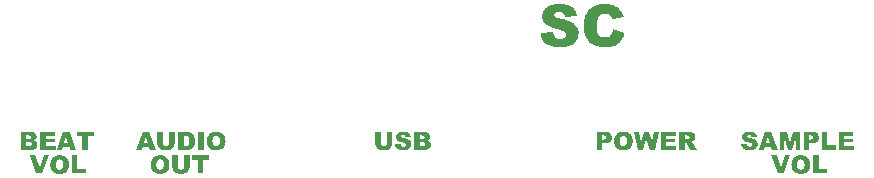
<source format=gto>
G04 Layer_Color=15132400*
%FSLAX25Y25*%
%MOIN*%
G70*
G01*
G75*
G36*
X261655Y120526D02*
Y120515D01*
Y120504D01*
Y120438D01*
X261644Y120340D01*
X261633Y120209D01*
X261611Y120045D01*
X261578Y119881D01*
X261534Y119706D01*
X261480Y119520D01*
X261469Y119498D01*
X261447Y119444D01*
X261414Y119356D01*
X261349Y119247D01*
X261283Y119116D01*
X261185Y118974D01*
X261086Y118832D01*
X260955Y118700D01*
X260944Y118690D01*
X260890Y118646D01*
X260824Y118580D01*
X260736Y118504D01*
X260627Y118427D01*
X260496Y118351D01*
X260365Y118274D01*
X260223Y118209D01*
X260212D01*
X260201Y118198D01*
X260168Y118187D01*
X260124Y118176D01*
X260015Y118143D01*
X259851Y118110D01*
X259665Y118077D01*
X259447Y118045D01*
X259195Y118023D01*
X258922Y118012D01*
X258758D01*
X258638Y118023D01*
X258496D01*
X258332Y118045D01*
X258157Y118055D01*
X257960Y118077D01*
X257939D01*
X257873Y118088D01*
X257774Y118099D01*
X257665Y118132D01*
X257523Y118154D01*
X257381Y118198D01*
X257239Y118252D01*
X257097Y118307D01*
X257086Y118318D01*
X257042Y118340D01*
X256977Y118383D01*
X256889Y118438D01*
X256791Y118515D01*
X256681Y118602D01*
X256572Y118700D01*
X256463Y118821D01*
X256452Y118832D01*
X256419Y118875D01*
X256364Y118952D01*
X256310Y119039D01*
X256244Y119138D01*
X256179Y119258D01*
X256113Y119389D01*
X256069Y119520D01*
Y119531D01*
X256059Y119542D01*
Y119575D01*
X256048Y119618D01*
X256015Y119728D01*
X255993Y119859D01*
X255960Y120012D01*
X255927Y120187D01*
X255916Y120362D01*
X255906Y120526D01*
Y124100D01*
X257753D01*
Y120449D01*
Y120427D01*
Y120373D01*
X257764Y120274D01*
X257785Y120165D01*
X257818Y120045D01*
X257862Y119925D01*
X257927Y119793D01*
X258015Y119684D01*
X258026Y119673D01*
X258070Y119640D01*
X258124Y119597D01*
X258212Y119553D01*
X258321Y119498D01*
X258452Y119455D01*
X258605Y119422D01*
X258780Y119411D01*
X258857D01*
X258944Y119422D01*
X259053Y119444D01*
X259173Y119476D01*
X259305Y119520D01*
X259425Y119586D01*
X259534Y119673D01*
X259545Y119684D01*
X259578Y119728D01*
X259622Y119782D01*
X259676Y119870D01*
X259720Y119979D01*
X259764Y120121D01*
X259797Y120274D01*
X259807Y120449D01*
Y124100D01*
X261655D01*
Y120526D01*
D02*
G37*
G36*
X390249Y118110D02*
X388303D01*
X388008Y119094D01*
X385910D01*
X385615Y118110D01*
X383724D01*
X385964Y124100D01*
X387997D01*
X390249Y118110D01*
D02*
G37*
G36*
X360569Y124089D02*
X360766Y124078D01*
X360973Y124067D01*
X361192Y124034D01*
X361400Y124002D01*
X361585Y123947D01*
X361607Y123936D01*
X361662Y123914D01*
X361749Y123881D01*
X361848Y123827D01*
X361968Y123750D01*
X362088Y123652D01*
X362208Y123542D01*
X362318Y123400D01*
X362329Y123379D01*
X362361Y123335D01*
X362405Y123247D01*
X362460Y123127D01*
X362514Y122985D01*
X362558Y122821D01*
X362591Y122635D01*
X362602Y122428D01*
Y122406D01*
Y122340D01*
X362591Y122253D01*
X362580Y122133D01*
X362547Y122001D01*
X362514Y121859D01*
X362460Y121706D01*
X362383Y121564D01*
X362372Y121553D01*
X362351Y121510D01*
X362296Y121444D01*
X362230Y121356D01*
X362143Y121269D01*
X362044Y121171D01*
X361924Y121072D01*
X361793Y120985D01*
X361782Y120974D01*
X361749Y120963D01*
X361695Y120930D01*
X361629Y120897D01*
X361531Y120865D01*
X361421Y120821D01*
X361290Y120788D01*
X361148Y120744D01*
X361159D01*
X361203Y120722D01*
X361258Y120701D01*
X361334Y120679D01*
X361487Y120602D01*
X361563Y120570D01*
X361629Y120526D01*
X361651Y120515D01*
X361673Y120493D01*
X361706Y120460D01*
X361749Y120416D01*
X361793Y120362D01*
X361859Y120296D01*
X361924Y120209D01*
X361935Y120198D01*
X361957Y120165D01*
X361990Y120121D01*
X362034Y120078D01*
X362121Y119947D01*
X362154Y119892D01*
X362187Y119837D01*
X363094Y118110D01*
X360995D01*
X360000Y119936D01*
X359990Y119947D01*
X359968Y119990D01*
X359935Y120056D01*
X359891Y120121D01*
X359782Y120274D01*
X359716Y120340D01*
X359662Y120395D01*
X359651Y120405D01*
X359629Y120416D01*
X359585Y120438D01*
X359530Y120471D01*
X359465Y120493D01*
X359388Y120515D01*
X359301Y120526D01*
X359203Y120537D01*
X359050D01*
Y118110D01*
X357191D01*
Y124100D01*
X360492D01*
X360569Y124089D01*
D02*
G37*
G36*
X349202Y118110D02*
X347376D01*
X346327Y121881D01*
X345278Y118110D01*
X343463D01*
X342141Y124100D01*
X343890D01*
X344524Y120755D01*
X345453Y124100D01*
X347201D01*
X348130Y120744D01*
X348764Y124100D01*
X350524D01*
X349202Y118110D01*
D02*
G37*
G36*
X415333Y122821D02*
X412229D01*
Y121870D01*
X415104D01*
Y120646D01*
X412229D01*
Y119466D01*
X415421D01*
Y118110D01*
X410371D01*
Y124100D01*
X415333D01*
Y122821D01*
D02*
G37*
G36*
X272530Y124089D02*
X272606D01*
X272683Y124078D01*
X272880Y124045D01*
X273098Y123990D01*
X273317Y123914D01*
X273525Y123805D01*
X273721Y123663D01*
X273732D01*
X273743Y123641D01*
X273798Y123586D01*
X273874Y123499D01*
X273962Y123368D01*
X274038Y123214D01*
X274115Y123040D01*
X274169Y122832D01*
X274191Y122723D01*
Y122602D01*
Y122591D01*
Y122581D01*
Y122515D01*
X274169Y122417D01*
X274148Y122296D01*
X274104Y122154D01*
X274049Y122001D01*
X273962Y121848D01*
X273852Y121695D01*
X273842Y121684D01*
X273809Y121651D01*
X273765Y121608D01*
X273689Y121553D01*
X273601Y121488D01*
X273492Y121422D01*
X273361Y121356D01*
X273208Y121291D01*
X273219D01*
X273240Y121280D01*
X273273D01*
X273317Y121258D01*
X273426Y121225D01*
X273568Y121171D01*
X273721Y121094D01*
X273885Y120996D01*
X274027Y120886D01*
X274159Y120755D01*
X274169Y120733D01*
X274202Y120690D01*
X274257Y120602D01*
X274312Y120493D01*
X274366Y120362D01*
X274421Y120198D01*
X274454Y120012D01*
X274465Y119804D01*
Y119782D01*
Y119728D01*
X274454Y119640D01*
X274443Y119531D01*
X274410Y119400D01*
X274377Y119258D01*
X274323Y119116D01*
X274246Y118974D01*
X274235Y118963D01*
X274202Y118908D01*
X274159Y118842D01*
X274093Y118766D01*
X274006Y118668D01*
X273896Y118569D01*
X273776Y118471D01*
X273645Y118383D01*
X273634D01*
X273601Y118362D01*
X273547Y118340D01*
X273470Y118307D01*
X273372Y118274D01*
X273251Y118241D01*
X273109Y118219D01*
X272945Y118187D01*
X272923D01*
X272891Y118176D01*
X272847D01*
X272738Y118165D01*
X272606Y118154D01*
X272464Y118132D01*
X272333Y118121D01*
X272213Y118110D01*
X268923D01*
Y124100D01*
X272475D01*
X272530Y124089D01*
D02*
G37*
G36*
X401966Y124089D02*
X402053D01*
X402152Y124078D01*
X402370Y124045D01*
X402611Y123980D01*
X402862Y123892D01*
X403103Y123783D01*
X403212Y123706D01*
X403310Y123619D01*
X403321D01*
X403332Y123597D01*
X403354Y123564D01*
X403387Y123531D01*
X403474Y123422D01*
X403562Y123269D01*
X403649Y123073D01*
X403737Y122843D01*
X403791Y122570D01*
X403813Y122428D01*
Y122264D01*
Y122253D01*
Y122220D01*
Y122176D01*
X403802Y122111D01*
Y122034D01*
X403780Y121947D01*
X403748Y121750D01*
X403682Y121520D01*
X403584Y121280D01*
X403518Y121160D01*
X403452Y121050D01*
X403365Y120941D01*
X403267Y120843D01*
X403256D01*
X403245Y120821D01*
X403212Y120799D01*
X403168Y120766D01*
X403103Y120722D01*
X403037Y120679D01*
X402950Y120635D01*
X402851Y120591D01*
X402742Y120548D01*
X402622Y120504D01*
X402480Y120460D01*
X402327Y120416D01*
X402163Y120384D01*
X401988Y120362D01*
X401802Y120351D01*
X401594Y120340D01*
X400589D01*
Y118110D01*
X398731D01*
Y124100D01*
X401900D01*
X401966Y124089D01*
D02*
G37*
G36*
X406633Y119586D02*
X409529D01*
Y118110D01*
X404786D01*
Y124100D01*
X406633D01*
Y119586D01*
D02*
G37*
G36*
X356088Y122821D02*
X352983D01*
Y121870D01*
X355858D01*
Y120646D01*
X352983D01*
Y119466D01*
X356175D01*
Y118110D01*
X351125D01*
Y124100D01*
X356088D01*
Y122821D01*
D02*
G37*
G36*
X182706Y118110D02*
X180761D01*
X180466Y119094D01*
X178367D01*
X178072Y118110D01*
X176181D01*
X178422Y124100D01*
X180455D01*
X182706Y118110D01*
D02*
G37*
G36*
X189046Y120526D02*
Y120515D01*
Y120504D01*
Y120438D01*
X189035Y120340D01*
X189024Y120209D01*
X189002Y120045D01*
X188969Y119881D01*
X188926Y119706D01*
X188871Y119520D01*
X188860Y119498D01*
X188838Y119444D01*
X188805Y119356D01*
X188740Y119247D01*
X188674Y119116D01*
X188576Y118974D01*
X188477Y118832D01*
X188346Y118701D01*
X188335Y118690D01*
X188281Y118646D01*
X188215Y118580D01*
X188128Y118504D01*
X188018Y118427D01*
X187887Y118351D01*
X187756Y118274D01*
X187614Y118209D01*
X187603D01*
X187592Y118198D01*
X187559Y118187D01*
X187515Y118176D01*
X187406Y118143D01*
X187242Y118110D01*
X187057Y118077D01*
X186838Y118045D01*
X186586Y118023D01*
X186313Y118012D01*
X186149D01*
X186029Y118023D01*
X185887D01*
X185723Y118045D01*
X185548Y118056D01*
X185351Y118077D01*
X185329D01*
X185264Y118088D01*
X185166Y118099D01*
X185056Y118132D01*
X184914Y118154D01*
X184772Y118198D01*
X184630Y118252D01*
X184488Y118307D01*
X184477Y118318D01*
X184433Y118340D01*
X184368Y118384D01*
X184280Y118438D01*
X184182Y118515D01*
X184073Y118602D01*
X183963Y118701D01*
X183854Y118821D01*
X183843Y118832D01*
X183810Y118875D01*
X183756Y118952D01*
X183701Y119039D01*
X183635Y119138D01*
X183570Y119258D01*
X183504Y119389D01*
X183460Y119520D01*
Y119531D01*
X183450Y119542D01*
Y119575D01*
X183439Y119619D01*
X183406Y119728D01*
X183384Y119859D01*
X183351Y120012D01*
X183318Y120187D01*
X183308Y120362D01*
X183297Y120526D01*
Y124100D01*
X185144D01*
Y120449D01*
Y120427D01*
Y120373D01*
X185155Y120274D01*
X185177Y120165D01*
X185209Y120045D01*
X185253Y119925D01*
X185319Y119793D01*
X185406Y119684D01*
X185417Y119673D01*
X185461Y119640D01*
X185515Y119597D01*
X185603Y119553D01*
X185712Y119498D01*
X185843Y119455D01*
X185996Y119422D01*
X186171Y119411D01*
X186248D01*
X186335Y119422D01*
X186444Y119444D01*
X186565Y119476D01*
X186696Y119520D01*
X186816Y119586D01*
X186925Y119673D01*
X186936Y119684D01*
X186969Y119728D01*
X187013Y119782D01*
X187067Y119870D01*
X187111Y119979D01*
X187155Y120121D01*
X187188Y120274D01*
X187199Y120449D01*
Y124100D01*
X189046D01*
Y120526D01*
D02*
G37*
G36*
X193243Y124089D02*
X193319D01*
X193505Y124067D01*
X193724Y124045D01*
X193942Y124002D01*
X194161Y123947D01*
X194358Y123870D01*
X194369D01*
X194380Y123859D01*
X194445Y123827D01*
X194533Y123783D01*
X194653Y123706D01*
X194784Y123619D01*
X194926Y123510D01*
X195057Y123379D01*
X195188Y123236D01*
X195199Y123214D01*
X195243Y123160D01*
X195298Y123083D01*
X195374Y122963D01*
X195451Y122821D01*
X195527Y122657D01*
X195593Y122471D01*
X195658Y122275D01*
Y122264D01*
X195669Y122253D01*
Y122220D01*
X195680Y122176D01*
X195702Y122067D01*
X195735Y121925D01*
X195768Y121750D01*
X195790Y121553D01*
X195800Y121345D01*
X195811Y121116D01*
Y121105D01*
Y121072D01*
Y121028D01*
Y120963D01*
X195800Y120876D01*
Y120788D01*
X195779Y120570D01*
X195757Y120340D01*
X195713Y120089D01*
X195658Y119848D01*
X195582Y119630D01*
Y119619D01*
X195571Y119608D01*
X195538Y119542D01*
X195494Y119444D01*
X195429Y119324D01*
X195341Y119181D01*
X195232Y119039D01*
X195112Y118886D01*
X194970Y118744D01*
X194948Y118733D01*
X194904Y118690D01*
X194828Y118624D01*
X194729Y118547D01*
X194598Y118471D01*
X194467Y118394D01*
X194314Y118318D01*
X194150Y118263D01*
X194139D01*
X194128Y118252D01*
X194095D01*
X194052Y118241D01*
X193931Y118219D01*
X193778Y118187D01*
X193614Y118154D01*
X193418Y118132D01*
X193232Y118121D01*
X193035Y118110D01*
X190292D01*
Y124100D01*
X193166D01*
X193243Y124089D01*
D02*
G37*
G36*
X198719Y118110D02*
X196861D01*
Y124100D01*
X198719D01*
Y118110D01*
D02*
G37*
G36*
X338884Y124187D02*
X339015Y124176D01*
X339157Y124154D01*
X339321Y124133D01*
X339485Y124100D01*
X339671Y124056D01*
X339857Y124002D01*
X340053Y123936D01*
X340239Y123859D01*
X340425Y123761D01*
X340611Y123652D01*
X340775Y123531D01*
X340939Y123389D01*
X340950Y123379D01*
X340971Y123357D01*
X341015Y123302D01*
X341070Y123247D01*
X341124Y123160D01*
X341201Y123062D01*
X341277Y122941D01*
X341354Y122810D01*
X341430Y122657D01*
X341496Y122493D01*
X341572Y122307D01*
X341627Y122111D01*
X341682Y121892D01*
X341726Y121662D01*
X341747Y121411D01*
X341758Y121149D01*
Y121138D01*
Y121105D01*
Y121050D01*
Y120974D01*
X341747Y120886D01*
X341737Y120777D01*
X341726Y120668D01*
X341715Y120537D01*
X341671Y120263D01*
X341605Y119979D01*
X341518Y119695D01*
X341398Y119422D01*
Y119411D01*
X341387Y119389D01*
X341365Y119356D01*
X341332Y119313D01*
X341256Y119192D01*
X341135Y119039D01*
X340993Y118875D01*
X340818Y118701D01*
X340622Y118536D01*
X340381Y118384D01*
X340370D01*
X340348Y118373D01*
X340316Y118351D01*
X340261Y118329D01*
X340195Y118296D01*
X340119Y118263D01*
X340031Y118230D01*
X339922Y118198D01*
X339802Y118165D01*
X339682Y118132D01*
X339398Y118067D01*
X339070Y118023D01*
X338709Y118012D01*
X338545D01*
X338457Y118023D01*
X338359Y118034D01*
X338250D01*
X338119Y118056D01*
X337856Y118088D01*
X337583Y118143D01*
X337299Y118219D01*
X337037Y118329D01*
X337026D01*
X337004Y118340D01*
X336971Y118362D01*
X336927Y118394D01*
X336807Y118471D01*
X336654Y118580D01*
X336479Y118711D01*
X336304Y118897D01*
X336119Y119105D01*
X335954Y119345D01*
Y119356D01*
X335933Y119378D01*
X335922Y119422D01*
X335889Y119476D01*
X335856Y119542D01*
X335823Y119619D01*
X335791Y119717D01*
X335758Y119826D01*
X335714Y119947D01*
X335681Y120078D01*
X335648Y120220D01*
X335616Y120384D01*
X335572Y120722D01*
X335550Y121094D01*
Y121116D01*
Y121160D01*
X335561Y121236D01*
Y121335D01*
X335572Y121455D01*
X335594Y121597D01*
X335616Y121761D01*
X335648Y121925D01*
X335692Y122111D01*
X335747Y122296D01*
X335812Y122482D01*
X335889Y122679D01*
X335987Y122865D01*
X336097Y123051D01*
X336217Y123214D01*
X336359Y123379D01*
X336370Y123389D01*
X336403Y123411D01*
X336446Y123455D01*
X336512Y123510D01*
X336599Y123564D01*
X336698Y123641D01*
X336818Y123717D01*
X336949Y123794D01*
X337102Y123870D01*
X337277Y123936D01*
X337463Y124012D01*
X337670Y124067D01*
X337889Y124122D01*
X338130Y124165D01*
X338381Y124187D01*
X338643Y124198D01*
X338785D01*
X338884Y124187D01*
D02*
G37*
G36*
X332960Y124089D02*
X333047D01*
X333145Y124078D01*
X333364Y124045D01*
X333605Y123980D01*
X333856Y123892D01*
X334096Y123783D01*
X334206Y123706D01*
X334304Y123619D01*
X334315D01*
X334326Y123597D01*
X334348Y123564D01*
X334381Y123531D01*
X334468Y123422D01*
X334556Y123269D01*
X334643Y123073D01*
X334730Y122843D01*
X334785Y122570D01*
X334807Y122428D01*
Y122264D01*
Y122253D01*
Y122220D01*
Y122176D01*
X334796Y122111D01*
Y122034D01*
X334774Y121947D01*
X334741Y121750D01*
X334676Y121520D01*
X334577Y121280D01*
X334512Y121160D01*
X334446Y121050D01*
X334359Y120941D01*
X334260Y120843D01*
X334249D01*
X334239Y120821D01*
X334206Y120799D01*
X334162Y120766D01*
X334096Y120722D01*
X334031Y120679D01*
X333943Y120635D01*
X333845Y120591D01*
X333736Y120548D01*
X333615Y120504D01*
X333473Y120460D01*
X333320Y120416D01*
X333156Y120384D01*
X332982Y120362D01*
X332796Y120351D01*
X332588Y120340D01*
X331582D01*
Y118110D01*
X329724D01*
Y124100D01*
X332894D01*
X332960Y124089D01*
D02*
G37*
G36*
X203145Y124187D02*
X203277Y124176D01*
X203419Y124154D01*
X203583Y124133D01*
X203747Y124100D01*
X203932Y124056D01*
X204118Y124002D01*
X204315Y123936D01*
X204501Y123859D01*
X204687Y123761D01*
X204872Y123652D01*
X205036Y123531D01*
X205200Y123389D01*
X205211Y123379D01*
X205233Y123357D01*
X205277Y123302D01*
X205331Y123247D01*
X205386Y123160D01*
X205463Y123062D01*
X205539Y122941D01*
X205616Y122810D01*
X205692Y122657D01*
X205758Y122493D01*
X205834Y122307D01*
X205889Y122111D01*
X205943Y121892D01*
X205987Y121662D01*
X206009Y121411D01*
X206020Y121149D01*
Y121138D01*
Y121105D01*
Y121050D01*
Y120974D01*
X206009Y120886D01*
X205998Y120777D01*
X205987Y120668D01*
X205976Y120537D01*
X205933Y120263D01*
X205867Y119979D01*
X205780Y119695D01*
X205659Y119422D01*
Y119411D01*
X205648Y119389D01*
X205627Y119356D01*
X205594Y119313D01*
X205517Y119192D01*
X205397Y119039D01*
X205255Y118875D01*
X205080Y118701D01*
X204883Y118536D01*
X204643Y118384D01*
X204632D01*
X204610Y118373D01*
X204577Y118351D01*
X204523Y118329D01*
X204457Y118296D01*
X204380Y118263D01*
X204293Y118230D01*
X204184Y118198D01*
X204064Y118165D01*
X203943Y118132D01*
X203659Y118067D01*
X203331Y118023D01*
X202971Y118012D01*
X202807D01*
X202719Y118023D01*
X202621Y118034D01*
X202512D01*
X202380Y118056D01*
X202118Y118088D01*
X201845Y118143D01*
X201561Y118219D01*
X201298Y118329D01*
X201287D01*
X201266Y118340D01*
X201233Y118362D01*
X201189Y118394D01*
X201069Y118471D01*
X200916Y118580D01*
X200741Y118711D01*
X200566Y118897D01*
X200380Y119105D01*
X200216Y119345D01*
Y119356D01*
X200194Y119378D01*
X200183Y119422D01*
X200151Y119476D01*
X200118Y119542D01*
X200085Y119619D01*
X200052Y119717D01*
X200019Y119826D01*
X199976Y119947D01*
X199943Y120078D01*
X199910Y120220D01*
X199877Y120384D01*
X199834Y120722D01*
X199812Y121094D01*
Y121116D01*
Y121160D01*
X199823Y121236D01*
Y121335D01*
X199834Y121455D01*
X199855Y121597D01*
X199877Y121761D01*
X199910Y121925D01*
X199954Y122111D01*
X200009Y122296D01*
X200074Y122482D01*
X200151Y122679D01*
X200249Y122865D01*
X200358Y123051D01*
X200479Y123214D01*
X200621Y123379D01*
X200631Y123389D01*
X200664Y123411D01*
X200708Y123455D01*
X200774Y123510D01*
X200861Y123564D01*
X200959Y123641D01*
X201080Y123717D01*
X201211Y123794D01*
X201364Y123870D01*
X201539Y123936D01*
X201725Y124012D01*
X201932Y124067D01*
X202151Y124122D01*
X202391Y124165D01*
X202643Y124187D01*
X202905Y124198D01*
X203047D01*
X203145Y124187D01*
D02*
G37*
G36*
X265513Y124187D02*
X265611D01*
X265721Y124176D01*
X265841Y124165D01*
X265972Y124144D01*
X266256Y124089D01*
X266551Y124012D01*
X266825Y123903D01*
X266956Y123837D01*
X267076Y123761D01*
X267087D01*
X267098Y123739D01*
X267174Y123685D01*
X267273Y123575D01*
X267393Y123433D01*
X267459Y123346D01*
X267513Y123247D01*
X267579Y123127D01*
X267633Y123007D01*
X267688Y122876D01*
X267732Y122734D01*
X267764Y122570D01*
X267797Y122406D01*
X266049Y122307D01*
Y122329D01*
X266038Y122373D01*
X266016Y122449D01*
X265983Y122537D01*
X265939Y122624D01*
X265896Y122723D01*
X265830Y122821D01*
X265753Y122898D01*
X265742Y122908D01*
X265710Y122930D01*
X265666Y122952D01*
X265600Y122996D01*
X265513Y123029D01*
X265404Y123050D01*
X265283Y123072D01*
X265141Y123083D01*
X265087D01*
X265032Y123072D01*
X264955Y123062D01*
X264792Y123029D01*
X264715Y122985D01*
X264650Y122941D01*
X264638Y122930D01*
X264628Y122919D01*
X264573Y122854D01*
X264518Y122745D01*
X264507Y122679D01*
X264496Y122613D01*
Y122602D01*
Y122591D01*
X264518Y122526D01*
X264551Y122439D01*
X264584Y122395D01*
X264628Y122351D01*
X264638D01*
X264660Y122329D01*
X264693Y122307D01*
X264759Y122274D01*
X264835Y122242D01*
X264945Y122209D01*
X265076Y122165D01*
X265240Y122132D01*
X265251D01*
X265294Y122122D01*
X265360Y122111D01*
X265436Y122089D01*
X265535Y122067D01*
X265655Y122034D01*
X265786Y122001D01*
X265917Y121968D01*
X266201Y121892D01*
X266497Y121794D01*
X266759Y121695D01*
X266879Y121651D01*
X266988Y121597D01*
X266999D01*
X267010Y121586D01*
X267076Y121553D01*
X267163Y121499D01*
X267284Y121422D01*
X267404Y121324D01*
X267535Y121214D01*
X267655Y121083D01*
X267754Y120941D01*
X267764Y120919D01*
X267786Y120876D01*
X267830Y120788D01*
X267874Y120679D01*
X267917Y120548D01*
X267961Y120405D01*
X267983Y120231D01*
X267994Y120056D01*
Y120045D01*
Y120034D01*
Y120001D01*
Y119957D01*
X267972Y119848D01*
X267950Y119706D01*
X267917Y119542D01*
X267852Y119356D01*
X267776Y119170D01*
X267666Y118985D01*
X267655Y118963D01*
X267612Y118908D01*
X267535Y118821D01*
X267437Y118711D01*
X267305Y118591D01*
X267152Y118471D01*
X266978Y118362D01*
X266770Y118252D01*
X266759D01*
X266748Y118241D01*
X266715Y118230D01*
X266671Y118219D01*
X266617Y118198D01*
X266540Y118176D01*
X266464Y118154D01*
X266376Y118132D01*
X266169Y118088D01*
X265917Y118045D01*
X265644Y118023D01*
X265327Y118012D01*
X265185D01*
X265076Y118023D01*
X264955Y118034D01*
X264813Y118045D01*
X264660Y118055D01*
X264486Y118088D01*
X264136Y118154D01*
X263786Y118252D01*
X263622Y118318D01*
X263469Y118405D01*
X263327Y118493D01*
X263207Y118591D01*
X263196Y118602D01*
X263185Y118624D01*
X263152Y118657D01*
X263119Y118700D01*
X263076Y118755D01*
X263021Y118821D01*
X262966Y118908D01*
X262912Y118995D01*
X262791Y119214D01*
X262682Y119476D01*
X262606Y119761D01*
X262573Y119925D01*
X262551Y120089D01*
X264311Y120209D01*
Y120187D01*
X264322Y120132D01*
X264333Y120056D01*
X264365Y119968D01*
X264431Y119750D01*
X264486Y119640D01*
X264540Y119553D01*
X264551Y119542D01*
X264595Y119498D01*
X264660Y119444D01*
X264748Y119378D01*
X264868Y119301D01*
X265010Y119247D01*
X265174Y119203D01*
X265360Y119192D01*
X265425D01*
X265491Y119203D01*
X265589Y119214D01*
X265688Y119236D01*
X265786Y119269D01*
X265885Y119313D01*
X265972Y119367D01*
X265983Y119378D01*
X266005Y119400D01*
X266038Y119444D01*
X266081Y119487D01*
X266125Y119553D01*
X266158Y119629D01*
X266180Y119717D01*
X266191Y119804D01*
Y119815D01*
Y119848D01*
X266180Y119892D01*
X266169Y119946D01*
X266136Y120012D01*
X266103Y120078D01*
X266049Y120154D01*
X265983Y120220D01*
X265972Y120231D01*
X265939Y120253D01*
X265874Y120285D01*
X265786Y120329D01*
X265655Y120384D01*
X265491Y120449D01*
X265393Y120482D01*
X265283Y120504D01*
X265163Y120537D01*
X265032Y120569D01*
X265021D01*
X264977Y120580D01*
X264912Y120602D01*
X264835Y120613D01*
X264737Y120646D01*
X264617Y120679D01*
X264496Y120712D01*
X264365Y120755D01*
X264070Y120864D01*
X263786Y120985D01*
X263524Y121127D01*
X263404Y121203D01*
X263294Y121291D01*
Y121302D01*
X263272Y121313D01*
X263218Y121367D01*
X263130Y121466D01*
X263043Y121608D01*
X262944Y121772D01*
X262857Y121968D01*
X262802Y122187D01*
X262791Y122307D01*
X262780Y122439D01*
Y122449D01*
Y122460D01*
Y122515D01*
X262791Y122613D01*
X262813Y122723D01*
X262846Y122854D01*
X262890Y123007D01*
X262955Y123160D01*
X263043Y123313D01*
X263054Y123335D01*
X263097Y123378D01*
X263163Y123455D01*
X263250Y123553D01*
X263360Y123652D01*
X263502Y123761D01*
X263666Y123859D01*
X263852Y123958D01*
X263862D01*
X263873Y123969D01*
X263906Y123980D01*
X263950Y123990D01*
X264005Y124012D01*
X264070Y124034D01*
X264147Y124056D01*
X264234Y124078D01*
X264333Y124100D01*
X264453Y124122D01*
X264704Y124165D01*
X264999Y124187D01*
X265327Y124198D01*
X265436D01*
X265513Y124187D01*
D02*
G37*
G36*
X397561Y118110D02*
X396042D01*
Y122679D01*
X394872Y118110D01*
X393495D01*
X392337Y122679D01*
Y118110D01*
X390817D01*
Y124100D01*
X393255D01*
X394184Y120449D01*
X395124Y124100D01*
X397561D01*
Y118110D01*
D02*
G37*
G36*
X145011Y110236D02*
X143010D01*
X140748Y116226D01*
X142683D01*
X144027Y111908D01*
X145361Y116226D01*
X147240D01*
X145011Y110236D01*
D02*
G37*
G36*
X141402Y124089D02*
X141479D01*
X141555Y124078D01*
X141752Y124045D01*
X141971Y123991D01*
X142189Y123914D01*
X142397Y123805D01*
X142594Y123663D01*
X142604D01*
X142615Y123641D01*
X142670Y123586D01*
X142747Y123499D01*
X142834Y123368D01*
X142911Y123214D01*
X142987Y123040D01*
X143042Y122832D01*
X143063Y122723D01*
Y122602D01*
Y122591D01*
Y122581D01*
Y122515D01*
X143042Y122417D01*
X143020Y122296D01*
X142976Y122154D01*
X142921Y122001D01*
X142834Y121848D01*
X142725Y121695D01*
X142714Y121684D01*
X142681Y121651D01*
X142637Y121608D01*
X142561Y121553D01*
X142473Y121488D01*
X142364Y121422D01*
X142233Y121356D01*
X142080Y121291D01*
X142091D01*
X142113Y121280D01*
X142145D01*
X142189Y121258D01*
X142298Y121225D01*
X142440Y121171D01*
X142594Y121094D01*
X142757Y120996D01*
X142900Y120886D01*
X143031Y120755D01*
X143042Y120733D01*
X143075Y120690D01*
X143129Y120602D01*
X143184Y120493D01*
X143238Y120362D01*
X143293Y120198D01*
X143326Y120012D01*
X143337Y119804D01*
Y119782D01*
Y119728D01*
X143326Y119640D01*
X143315Y119531D01*
X143282Y119400D01*
X143249Y119258D01*
X143195Y119116D01*
X143118Y118974D01*
X143107Y118963D01*
X143075Y118908D01*
X143031Y118842D01*
X142965Y118766D01*
X142878Y118668D01*
X142768Y118569D01*
X142648Y118471D01*
X142517Y118384D01*
X142506D01*
X142473Y118362D01*
X142419Y118340D01*
X142342Y118307D01*
X142244Y118274D01*
X142124Y118241D01*
X141981Y118219D01*
X141817Y118187D01*
X141796D01*
X141763Y118176D01*
X141719D01*
X141610Y118165D01*
X141479Y118154D01*
X141337Y118132D01*
X141205Y118121D01*
X141085Y118110D01*
X137795D01*
Y124100D01*
X141348D01*
X141402Y124089D01*
D02*
G37*
G36*
X156673Y111712D02*
X159570D01*
Y110236D01*
X154826D01*
Y116226D01*
X156673D01*
Y111712D01*
D02*
G37*
G36*
X194054Y112652D02*
Y112641D01*
Y112630D01*
Y112564D01*
X194044Y112466D01*
X194033Y112335D01*
X194011Y112171D01*
X193978Y112007D01*
X193934Y111832D01*
X193879Y111646D01*
X193869Y111624D01*
X193847Y111570D01*
X193814Y111482D01*
X193748Y111373D01*
X193683Y111242D01*
X193584Y111100D01*
X193486Y110958D01*
X193355Y110826D01*
X193344Y110816D01*
X193289Y110772D01*
X193224Y110706D01*
X193136Y110630D01*
X193027Y110553D01*
X192896Y110477D01*
X192765Y110400D01*
X192623Y110335D01*
X192612D01*
X192601Y110324D01*
X192568Y110313D01*
X192524Y110302D01*
X192415Y110269D01*
X192251Y110236D01*
X192065Y110203D01*
X191847Y110171D01*
X191595Y110149D01*
X191322Y110138D01*
X191158D01*
X191038Y110149D01*
X190896D01*
X190732Y110171D01*
X190557Y110182D01*
X190360Y110203D01*
X190338D01*
X190273Y110214D01*
X190174Y110225D01*
X190065Y110258D01*
X189923Y110280D01*
X189781Y110324D01*
X189639Y110378D01*
X189497Y110433D01*
X189486Y110444D01*
X189442Y110466D01*
X189376Y110510D01*
X189289Y110564D01*
X189191Y110641D01*
X189081Y110728D01*
X188972Y110826D01*
X188863Y110947D01*
X188852Y110958D01*
X188819Y111001D01*
X188764Y111078D01*
X188710Y111165D01*
X188644Y111264D01*
X188578Y111384D01*
X188513Y111515D01*
X188469Y111646D01*
Y111657D01*
X188458Y111668D01*
Y111701D01*
X188447Y111745D01*
X188415Y111854D01*
X188393Y111985D01*
X188360Y112138D01*
X188327Y112313D01*
X188316Y112488D01*
X188305Y112652D01*
Y116226D01*
X190152D01*
Y112575D01*
Y112553D01*
Y112499D01*
X190163Y112400D01*
X190185Y112291D01*
X190218Y112171D01*
X190262Y112051D01*
X190327Y111919D01*
X190415Y111810D01*
X190426Y111799D01*
X190469Y111766D01*
X190524Y111723D01*
X190612Y111679D01*
X190721Y111624D01*
X190852Y111581D01*
X191005Y111548D01*
X191180Y111537D01*
X191256D01*
X191344Y111548D01*
X191453Y111570D01*
X191573Y111602D01*
X191704Y111646D01*
X191825Y111712D01*
X191934Y111799D01*
X191945Y111810D01*
X191978Y111854D01*
X192021Y111908D01*
X192076Y111996D01*
X192120Y112105D01*
X192164Y112247D01*
X192196Y112400D01*
X192207Y112575D01*
Y116226D01*
X194054D01*
Y112652D01*
D02*
G37*
G36*
X149272Y122821D02*
X146168D01*
Y121870D01*
X149042D01*
Y120646D01*
X146168D01*
Y119466D01*
X149359D01*
Y118110D01*
X144310D01*
Y124100D01*
X149272D01*
Y122821D01*
D02*
G37*
G36*
X200481Y114750D02*
X198590D01*
Y110236D01*
X196743D01*
Y114750D01*
X194852D01*
Y116226D01*
X200481D01*
Y114750D01*
D02*
G37*
G36*
X184436Y116313D02*
X184567Y116302D01*
X184709Y116280D01*
X184873Y116259D01*
X185037Y116226D01*
X185223Y116182D01*
X185409Y116128D01*
X185606Y116062D01*
X185791Y115985D01*
X185977Y115887D01*
X186163Y115778D01*
X186327Y115657D01*
X186491Y115515D01*
X186502Y115505D01*
X186524Y115483D01*
X186567Y115428D01*
X186622Y115373D01*
X186677Y115286D01*
X186753Y115188D01*
X186830Y115067D01*
X186906Y114936D01*
X186983Y114783D01*
X187048Y114619D01*
X187125Y114433D01*
X187179Y114237D01*
X187234Y114018D01*
X187278Y113788D01*
X187300Y113537D01*
X187311Y113275D01*
Y113264D01*
Y113231D01*
Y113176D01*
Y113100D01*
X187300Y113012D01*
X187289Y112903D01*
X187278Y112794D01*
X187267Y112663D01*
X187223Y112389D01*
X187158Y112105D01*
X187070Y111821D01*
X186950Y111548D01*
Y111537D01*
X186939Y111515D01*
X186917Y111482D01*
X186884Y111439D01*
X186808Y111318D01*
X186688Y111165D01*
X186546Y111001D01*
X186371Y110826D01*
X186174Y110662D01*
X185933Y110510D01*
X185923D01*
X185901Y110498D01*
X185868Y110477D01*
X185813Y110455D01*
X185748Y110422D01*
X185671Y110389D01*
X185584Y110356D01*
X185474Y110324D01*
X185354Y110291D01*
X185234Y110258D01*
X184950Y110193D01*
X184622Y110149D01*
X184261Y110138D01*
X184097D01*
X184010Y110149D01*
X183911Y110160D01*
X183802D01*
X183671Y110182D01*
X183409Y110214D01*
X183135Y110269D01*
X182851Y110345D01*
X182589Y110455D01*
X182578D01*
X182556Y110466D01*
X182523Y110488D01*
X182480Y110520D01*
X182359Y110597D01*
X182206Y110706D01*
X182031Y110837D01*
X181857Y111023D01*
X181671Y111231D01*
X181507Y111471D01*
Y111482D01*
X181485Y111504D01*
X181474Y111548D01*
X181441Y111602D01*
X181408Y111668D01*
X181376Y111745D01*
X181343Y111843D01*
X181310Y111952D01*
X181266Y112073D01*
X181234Y112204D01*
X181201Y112346D01*
X181168Y112510D01*
X181124Y112848D01*
X181102Y113220D01*
Y113242D01*
Y113286D01*
X181113Y113362D01*
Y113461D01*
X181124Y113581D01*
X181146Y113723D01*
X181168Y113887D01*
X181201Y114051D01*
X181245Y114237D01*
X181299Y114422D01*
X181365Y114608D01*
X181441Y114805D01*
X181540Y114991D01*
X181649Y115177D01*
X181769Y115340D01*
X181911Y115505D01*
X181922Y115515D01*
X181955Y115537D01*
X181999Y115581D01*
X182064Y115636D01*
X182152Y115690D01*
X182250Y115767D01*
X182370Y115843D01*
X182501Y115920D01*
X182654Y115996D01*
X182829Y116062D01*
X183015Y116138D01*
X183223Y116193D01*
X183441Y116248D01*
X183682Y116291D01*
X183933Y116313D01*
X184196Y116324D01*
X184338D01*
X184436Y116313D01*
D02*
G37*
G36*
X156278Y118110D02*
X154332D01*
X154037Y119094D01*
X151939D01*
X151644Y118110D01*
X149753D01*
X151993Y124100D01*
X154026D01*
X156278Y118110D01*
D02*
G37*
G36*
X162071Y122624D02*
X160180D01*
Y118110D01*
X158333D01*
Y122624D01*
X156442D01*
Y124100D01*
X162071D01*
Y122624D01*
D02*
G37*
G36*
X398004Y116313D02*
X398135Y116302D01*
X398277Y116280D01*
X398441Y116259D01*
X398605Y116226D01*
X398791Y116182D01*
X398977Y116128D01*
X399173Y116062D01*
X399359Y115985D01*
X399545Y115887D01*
X399731Y115778D01*
X399895Y115657D01*
X400059Y115515D01*
X400070Y115505D01*
X400092Y115483D01*
X400135Y115428D01*
X400190Y115373D01*
X400245Y115286D01*
X400321Y115188D01*
X400398Y115067D01*
X400474Y114936D01*
X400551Y114783D01*
X400616Y114619D01*
X400693Y114433D01*
X400747Y114237D01*
X400802Y114018D01*
X400846Y113788D01*
X400868Y113537D01*
X400878Y113275D01*
Y113264D01*
Y113231D01*
Y113176D01*
Y113100D01*
X400868Y113012D01*
X400857Y112903D01*
X400846Y112794D01*
X400835Y112663D01*
X400791Y112389D01*
X400726Y112105D01*
X400638Y111821D01*
X400518Y111548D01*
Y111537D01*
X400507Y111515D01*
X400485Y111482D01*
X400452Y111439D01*
X400376Y111318D01*
X400255Y111165D01*
X400113Y111001D01*
X399939Y110826D01*
X399742Y110662D01*
X399501Y110510D01*
X399490D01*
X399468Y110498D01*
X399436Y110477D01*
X399381Y110455D01*
X399316Y110422D01*
X399239Y110389D01*
X399151Y110356D01*
X399042Y110324D01*
X398922Y110291D01*
X398802Y110258D01*
X398518Y110193D01*
X398190Y110149D01*
X397829Y110138D01*
X397665D01*
X397578Y110149D01*
X397479Y110160D01*
X397370D01*
X397239Y110182D01*
X396976Y110214D01*
X396703Y110269D01*
X396419Y110345D01*
X396157Y110455D01*
X396146D01*
X396124Y110466D01*
X396091Y110488D01*
X396047Y110520D01*
X395927Y110597D01*
X395774Y110706D01*
X395599Y110837D01*
X395424Y111023D01*
X395239Y111231D01*
X395075Y111471D01*
Y111482D01*
X395053Y111504D01*
X395042Y111548D01*
X395009Y111602D01*
X394976Y111668D01*
X394943Y111745D01*
X394911Y111843D01*
X394878Y111952D01*
X394834Y112073D01*
X394801Y112204D01*
X394769Y112346D01*
X394736Y112510D01*
X394692Y112848D01*
X394670Y113220D01*
Y113242D01*
Y113286D01*
X394681Y113362D01*
Y113461D01*
X394692Y113581D01*
X394714Y113723D01*
X394736Y113887D01*
X394769Y114051D01*
X394812Y114237D01*
X394867Y114422D01*
X394933Y114608D01*
X395009Y114805D01*
X395108Y114991D01*
X395217Y115177D01*
X395337Y115340D01*
X395479Y115505D01*
X395490Y115515D01*
X395523Y115537D01*
X395567Y115581D01*
X395632Y115636D01*
X395720Y115690D01*
X395818Y115767D01*
X395938Y115843D01*
X396069Y115920D01*
X396222Y115996D01*
X396397Y116062D01*
X396583Y116138D01*
X396791Y116193D01*
X397009Y116248D01*
X397250Y116291D01*
X397501Y116313D01*
X397763Y116324D01*
X397905D01*
X398004Y116313D01*
D02*
G37*
G36*
X403720Y111712D02*
X406617D01*
Y110236D01*
X401873D01*
Y116226D01*
X403720D01*
Y111712D01*
D02*
G37*
G36*
X317937Y166743D02*
X318166D01*
X318422Y166717D01*
X318702Y166692D01*
X319008Y166640D01*
X319672Y166513D01*
X320360Y166334D01*
X320998Y166079D01*
X321304Y165926D01*
X321585Y165748D01*
X321610D01*
X321636Y165697D01*
X321814Y165569D01*
X322044Y165314D01*
X322324Y164982D01*
X322478Y164778D01*
X322605Y164549D01*
X322758Y164268D01*
X322886Y163988D01*
X323013Y163681D01*
X323115Y163350D01*
X323192Y162967D01*
X323268Y162584D01*
X319187Y162355D01*
Y162406D01*
X319161Y162508D01*
X319110Y162687D01*
X319034Y162891D01*
X318932Y163095D01*
X318830Y163324D01*
X318677Y163554D01*
X318498Y163732D01*
X318473Y163758D01*
X318396Y163809D01*
X318294Y163860D01*
X318141Y163962D01*
X317937Y164039D01*
X317682Y164090D01*
X317401Y164140D01*
X317070Y164166D01*
X316942D01*
X316814Y164140D01*
X316636Y164115D01*
X316253Y164039D01*
X316075Y163936D01*
X315921Y163834D01*
X315896Y163809D01*
X315870Y163783D01*
X315743Y163630D01*
X315615Y163375D01*
X315590Y163222D01*
X315564Y163069D01*
Y163044D01*
Y163018D01*
X315615Y162865D01*
X315692Y162661D01*
X315768Y162559D01*
X315870Y162457D01*
X315896D01*
X315947Y162406D01*
X316023Y162355D01*
X316177Y162278D01*
X316355Y162202D01*
X316610Y162125D01*
X316916Y162023D01*
X317299Y161947D01*
X317324D01*
X317427Y161921D01*
X317580Y161896D01*
X317758Y161845D01*
X317988Y161794D01*
X318268Y161717D01*
X318575Y161641D01*
X318881Y161564D01*
X319544Y161386D01*
X320233Y161156D01*
X320845Y160926D01*
X321126Y160824D01*
X321381Y160697D01*
X321406D01*
X321432Y160671D01*
X321585Y160595D01*
X321789Y160467D01*
X322069Y160289D01*
X322350Y160059D01*
X322656Y159804D01*
X322937Y159498D01*
X323166Y159166D01*
X323192Y159115D01*
X323243Y159013D01*
X323345Y158809D01*
X323447Y158554D01*
X323549Y158248D01*
X323651Y157916D01*
X323702Y157508D01*
X323728Y157100D01*
Y157074D01*
Y157049D01*
Y156972D01*
Y156870D01*
X323676Y156615D01*
X323625Y156283D01*
X323549Y155901D01*
X323396Y155467D01*
X323217Y155034D01*
X322962Y154600D01*
X322937Y154549D01*
X322835Y154421D01*
X322656Y154217D01*
X322427Y153962D01*
X322120Y153681D01*
X321763Y153401D01*
X321355Y153146D01*
X320870Y152891D01*
X320845D01*
X320819Y152865D01*
X320743Y152840D01*
X320641Y152814D01*
X320513Y152763D01*
X320335Y152712D01*
X320156Y152661D01*
X319952Y152610D01*
X319467Y152508D01*
X318881Y152406D01*
X318243Y152355D01*
X317503Y152329D01*
X317172D01*
X316916Y152355D01*
X316636Y152380D01*
X316304Y152406D01*
X315947Y152431D01*
X315539Y152508D01*
X314722Y152661D01*
X313906Y152891D01*
X313524Y153044D01*
X313166Y153248D01*
X312835Y153452D01*
X312554Y153681D01*
X312529Y153707D01*
X312503Y153758D01*
X312427Y153834D01*
X312350Y153937D01*
X312248Y154064D01*
X312121Y154217D01*
X311993Y154421D01*
X311865Y154625D01*
X311585Y155136D01*
X311330Y155748D01*
X311151Y156411D01*
X311075Y156794D01*
X311024Y157176D01*
X315131Y157457D01*
Y157406D01*
X315156Y157278D01*
X315182Y157100D01*
X315258Y156896D01*
X315411Y156386D01*
X315539Y156130D01*
X315666Y155926D01*
X315692Y155901D01*
X315794Y155799D01*
X315947Y155671D01*
X316151Y155518D01*
X316432Y155340D01*
X316763Y155212D01*
X317146Y155110D01*
X317580Y155085D01*
X317733D01*
X317886Y155110D01*
X318115Y155136D01*
X318345Y155186D01*
X318575Y155263D01*
X318804Y155365D01*
X319008Y155493D01*
X319034Y155518D01*
X319085Y155569D01*
X319161Y155671D01*
X319263Y155773D01*
X319365Y155926D01*
X319442Y156105D01*
X319493Y156309D01*
X319518Y156513D01*
Y156539D01*
Y156615D01*
X319493Y156717D01*
X319467Y156845D01*
X319391Y156998D01*
X319314Y157151D01*
X319187Y157329D01*
X319034Y157482D01*
X319008Y157508D01*
X318932Y157559D01*
X318779Y157635D01*
X318575Y157738D01*
X318268Y157865D01*
X317886Y158018D01*
X317656Y158095D01*
X317401Y158146D01*
X317121Y158222D01*
X316814Y158299D01*
X316789D01*
X316687Y158324D01*
X316534Y158375D01*
X316355Y158401D01*
X316126Y158477D01*
X315845Y158554D01*
X315564Y158630D01*
X315258Y158732D01*
X314569Y158987D01*
X313906Y159268D01*
X313294Y159600D01*
X313013Y159778D01*
X312758Y159982D01*
Y160008D01*
X312707Y160033D01*
X312580Y160161D01*
X312376Y160391D01*
X312172Y160722D01*
X311942Y161105D01*
X311738Y161564D01*
X311610Y162074D01*
X311585Y162355D01*
X311559Y162661D01*
Y162687D01*
Y162712D01*
Y162839D01*
X311585Y163069D01*
X311636Y163324D01*
X311712Y163630D01*
X311814Y163988D01*
X311967Y164345D01*
X312172Y164702D01*
X312197Y164753D01*
X312299Y164855D01*
X312452Y165033D01*
X312656Y165263D01*
X312911Y165493D01*
X313243Y165748D01*
X313626Y165977D01*
X314059Y166207D01*
X314085D01*
X314110Y166232D01*
X314187Y166258D01*
X314289Y166283D01*
X314416Y166334D01*
X314569Y166385D01*
X314748Y166436D01*
X314952Y166488D01*
X315182Y166539D01*
X315462Y166589D01*
X316049Y166692D01*
X316738Y166743D01*
X317503Y166768D01*
X317758D01*
X317937Y166743D01*
D02*
G37*
G36*
X380915Y124187D02*
X381013D01*
X381122Y124176D01*
X381243Y124165D01*
X381374Y124144D01*
X381658Y124089D01*
X381953Y124012D01*
X382226Y123903D01*
X382358Y123838D01*
X382478Y123761D01*
X382489D01*
X382500Y123739D01*
X382576Y123685D01*
X382675Y123575D01*
X382795Y123433D01*
X382860Y123346D01*
X382915Y123247D01*
X382981Y123127D01*
X383035Y123007D01*
X383090Y122876D01*
X383134Y122734D01*
X383166Y122570D01*
X383199Y122406D01*
X381450Y122307D01*
Y122329D01*
X381439Y122373D01*
X381418Y122449D01*
X381385Y122537D01*
X381341Y122624D01*
X381297Y122723D01*
X381232Y122821D01*
X381155Y122898D01*
X381144Y122908D01*
X381112Y122930D01*
X381068Y122952D01*
X381002Y122996D01*
X380915Y123029D01*
X380805Y123051D01*
X380685Y123073D01*
X380543Y123083D01*
X380488D01*
X380434Y123073D01*
X380357Y123062D01*
X380193Y123029D01*
X380117Y122985D01*
X380051Y122941D01*
X380040Y122930D01*
X380030Y122919D01*
X379975Y122854D01*
X379920Y122745D01*
X379909Y122679D01*
X379898Y122613D01*
Y122602D01*
Y122591D01*
X379920Y122526D01*
X379953Y122439D01*
X379986Y122395D01*
X380030Y122351D01*
X380040D01*
X380062Y122329D01*
X380095Y122307D01*
X380161Y122275D01*
X380237Y122242D01*
X380346Y122209D01*
X380478Y122165D01*
X380642Y122133D01*
X380652D01*
X380696Y122122D01*
X380762Y122111D01*
X380838Y122089D01*
X380937Y122067D01*
X381057Y122034D01*
X381188Y122001D01*
X381319Y121968D01*
X381603Y121892D01*
X381898Y121794D01*
X382161Y121695D01*
X382281Y121651D01*
X382390Y121597D01*
X382401D01*
X382412Y121586D01*
X382478Y121553D01*
X382565Y121499D01*
X382685Y121422D01*
X382806Y121324D01*
X382937Y121214D01*
X383057Y121083D01*
X383155Y120941D01*
X383166Y120919D01*
X383188Y120876D01*
X383232Y120788D01*
X383276Y120679D01*
X383319Y120548D01*
X383363Y120405D01*
X383385Y120231D01*
X383396Y120056D01*
Y120045D01*
Y120034D01*
Y120001D01*
Y119957D01*
X383374Y119848D01*
X383352Y119706D01*
X383319Y119542D01*
X383254Y119356D01*
X383177Y119170D01*
X383068Y118985D01*
X383057Y118963D01*
X383013Y118908D01*
X382937Y118821D01*
X382839Y118711D01*
X382707Y118591D01*
X382554Y118471D01*
X382379Y118362D01*
X382172Y118252D01*
X382161D01*
X382150Y118241D01*
X382117Y118230D01*
X382073Y118219D01*
X382019Y118198D01*
X381942Y118176D01*
X381866Y118154D01*
X381778Y118132D01*
X381571Y118088D01*
X381319Y118045D01*
X381046Y118023D01*
X380729Y118012D01*
X380587D01*
X380478Y118023D01*
X380357Y118034D01*
X380215Y118045D01*
X380062Y118056D01*
X379887Y118088D01*
X379538Y118154D01*
X379188Y118252D01*
X379024Y118318D01*
X378871Y118405D01*
X378729Y118493D01*
X378609Y118591D01*
X378598Y118602D01*
X378587Y118624D01*
X378554Y118657D01*
X378521Y118701D01*
X378477Y118755D01*
X378423Y118821D01*
X378368Y118908D01*
X378313Y118996D01*
X378193Y119214D01*
X378084Y119476D01*
X378007Y119761D01*
X377975Y119925D01*
X377953Y120089D01*
X379713Y120209D01*
Y120187D01*
X379723Y120132D01*
X379734Y120056D01*
X379767Y119968D01*
X379833Y119750D01*
X379887Y119640D01*
X379942Y119553D01*
X379953Y119542D01*
X379997Y119498D01*
X380062Y119444D01*
X380150Y119378D01*
X380270Y119302D01*
X380412Y119247D01*
X380576Y119203D01*
X380762Y119192D01*
X380827D01*
X380893Y119203D01*
X380991Y119214D01*
X381090Y119236D01*
X381188Y119269D01*
X381286Y119313D01*
X381374Y119367D01*
X381385Y119378D01*
X381407Y119400D01*
X381439Y119444D01*
X381483Y119487D01*
X381527Y119553D01*
X381560Y119630D01*
X381581Y119717D01*
X381592Y119804D01*
Y119815D01*
Y119848D01*
X381581Y119892D01*
X381571Y119947D01*
X381538Y120012D01*
X381505Y120078D01*
X381450Y120154D01*
X381385Y120220D01*
X381374Y120231D01*
X381341Y120253D01*
X381276Y120285D01*
X381188Y120329D01*
X381057Y120384D01*
X380893Y120449D01*
X380795Y120482D01*
X380685Y120504D01*
X380565Y120537D01*
X380434Y120570D01*
X380423D01*
X380379Y120580D01*
X380314Y120602D01*
X380237Y120613D01*
X380139Y120646D01*
X380018Y120679D01*
X379898Y120712D01*
X379767Y120755D01*
X379472Y120865D01*
X379188Y120985D01*
X378925Y121127D01*
X378805Y121203D01*
X378696Y121291D01*
Y121302D01*
X378674Y121313D01*
X378620Y121367D01*
X378532Y121466D01*
X378445Y121608D01*
X378346Y121772D01*
X378259Y121968D01*
X378204Y122187D01*
X378193Y122307D01*
X378182Y122439D01*
Y122449D01*
Y122460D01*
Y122515D01*
X378193Y122613D01*
X378215Y122723D01*
X378248Y122854D01*
X378292Y123007D01*
X378357Y123160D01*
X378445Y123313D01*
X378455Y123335D01*
X378499Y123379D01*
X378565Y123455D01*
X378652Y123553D01*
X378762Y123652D01*
X378904Y123761D01*
X379068Y123859D01*
X379253Y123958D01*
X379264D01*
X379275Y123969D01*
X379308Y123980D01*
X379352Y123991D01*
X379406Y124012D01*
X379472Y124034D01*
X379549Y124056D01*
X379636Y124078D01*
X379734Y124100D01*
X379855Y124122D01*
X380106Y124165D01*
X380401Y124187D01*
X380729Y124198D01*
X380838D01*
X380915Y124187D01*
D02*
G37*
G36*
X332886Y166743D02*
X333115D01*
X333370Y166717D01*
X333651Y166692D01*
X333957Y166640D01*
X334646Y166513D01*
X335335Y166309D01*
X335998Y166054D01*
X336304Y165875D01*
X336610Y165697D01*
X336636D01*
X336687Y165646D01*
X336763Y165595D01*
X336865Y165493D01*
X336993Y165391D01*
X337146Y165237D01*
X337299Y165084D01*
X337477Y164880D01*
X337656Y164676D01*
X337835Y164421D01*
X338039Y164166D01*
X338217Y163860D01*
X338396Y163528D01*
X338574Y163197D01*
X338727Y162814D01*
X338880Y162406D01*
X335054Y161564D01*
Y161590D01*
X335029Y161666D01*
X334978Y161794D01*
X334927Y161921D01*
X334773Y162227D01*
X334697Y162355D01*
X334620Y162482D01*
X334595Y162508D01*
X334569Y162559D01*
X334467Y162661D01*
X334365Y162763D01*
X334085Y163018D01*
X333728Y163248D01*
X333702Y163273D01*
X333651Y163299D01*
X333523Y163350D01*
X333396Y163401D01*
X333217Y163452D01*
X333013Y163477D01*
X332784Y163528D01*
X332401D01*
X332324Y163503D01*
X332044Y163477D01*
X331712Y163375D01*
X331355Y163248D01*
X330972Y163018D01*
X330615Y162738D01*
X330462Y162533D01*
X330309Y162329D01*
X330284Y162278D01*
X330207Y162176D01*
X330131Y161947D01*
X330029Y161666D01*
X329901Y161283D01*
X329824Y160824D01*
X329748Y160263D01*
X329722Y159600D01*
Y159574D01*
Y159498D01*
Y159370D01*
Y159217D01*
X329748Y159038D01*
Y158809D01*
X329799Y158324D01*
X329901Y157814D01*
X330003Y157278D01*
X330182Y156794D01*
X330284Y156590D01*
X330411Y156411D01*
X330437Y156386D01*
X330539Y156283D01*
X330717Y156156D01*
X330921Y156003D01*
X331202Y155824D01*
X331559Y155697D01*
X331942Y155595D01*
X332401Y155569D01*
X332605D01*
X332835Y155595D01*
X333115Y155646D01*
X333421Y155748D01*
X333728Y155850D01*
X334034Y156028D01*
X334289Y156258D01*
X334314Y156283D01*
X334391Y156386D01*
X334518Y156539D01*
X334646Y156768D01*
X334799Y157049D01*
X334952Y157406D01*
X335105Y157814D01*
X335233Y158299D01*
X339008Y157125D01*
Y157100D01*
X338983Y157049D01*
X338957Y156972D01*
X338931Y156870D01*
X338855Y156564D01*
X338702Y156207D01*
X338549Y155773D01*
X338319Y155340D01*
X338090Y154906D01*
X337784Y154472D01*
X337758Y154421D01*
X337631Y154294D01*
X337452Y154115D01*
X337222Y153860D01*
X336916Y153605D01*
X336585Y153350D01*
X336176Y153095D01*
X335743Y152865D01*
X335717D01*
X335692Y152840D01*
X335615Y152814D01*
X335539Y152789D01*
X335258Y152687D01*
X334901Y152610D01*
X334467Y152508D01*
X333932Y152406D01*
X333319Y152355D01*
X332656Y152329D01*
X332273D01*
X332069Y152355D01*
X331865D01*
X331610Y152380D01*
X331329Y152406D01*
X330743Y152482D01*
X330105Y152610D01*
X329493Y152763D01*
X328906Y152967D01*
X328881D01*
X328855Y152993D01*
X328779Y153044D01*
X328677Y153095D01*
X328396Y153273D01*
X328064Y153503D01*
X327682Y153834D01*
X327248Y154217D01*
X326840Y154702D01*
X326432Y155289D01*
Y155314D01*
X326381Y155365D01*
X326330Y155467D01*
X326279Y155595D01*
X326202Y155748D01*
X326100Y155952D01*
X325998Y156181D01*
X325921Y156462D01*
X325819Y156743D01*
X325717Y157074D01*
X325641Y157431D01*
X325539Y157814D01*
X325488Y158222D01*
X325437Y158656D01*
X325386Y159574D01*
Y159625D01*
Y159727D01*
X325411Y159906D01*
Y160135D01*
X325437Y160442D01*
X325488Y160773D01*
X325539Y161130D01*
X325615Y161539D01*
X325717Y161972D01*
X325845Y162406D01*
X325972Y162839D01*
X326151Y163299D01*
X326381Y163732D01*
X326610Y164140D01*
X326891Y164549D01*
X327222Y164906D01*
X327248Y164931D01*
X327299Y164982D01*
X327427Y165084D01*
X327554Y165186D01*
X327758Y165340D01*
X327988Y165493D01*
X328243Y165671D01*
X328574Y165850D01*
X328906Y166003D01*
X329314Y166181D01*
X329748Y166334D01*
X330207Y166488D01*
X330717Y166589D01*
X331253Y166692D01*
X331840Y166743D01*
X332452Y166768D01*
X332707D01*
X332886Y166743D01*
D02*
G37*
G36*
X150957Y116313D02*
X151088Y116302D01*
X151230Y116280D01*
X151394Y116259D01*
X151558Y116226D01*
X151744Y116182D01*
X151929Y116128D01*
X152126Y116062D01*
X152312Y115985D01*
X152498Y115887D01*
X152684Y115778D01*
X152848Y115657D01*
X153012Y115515D01*
X153022Y115505D01*
X153044Y115483D01*
X153088Y115428D01*
X153143Y115373D01*
X153197Y115286D01*
X153274Y115188D01*
X153350Y115067D01*
X153427Y114936D01*
X153503Y114783D01*
X153569Y114619D01*
X153645Y114433D01*
X153700Y114237D01*
X153755Y114018D01*
X153798Y113788D01*
X153820Y113537D01*
X153831Y113275D01*
Y113264D01*
Y113231D01*
Y113176D01*
Y113100D01*
X153820Y113012D01*
X153809Y112903D01*
X153798Y112794D01*
X153788Y112663D01*
X153744Y112389D01*
X153678Y112105D01*
X153591Y111821D01*
X153471Y111548D01*
Y111537D01*
X153460Y111515D01*
X153438Y111482D01*
X153405Y111439D01*
X153329Y111318D01*
X153208Y111165D01*
X153066Y111001D01*
X152891Y110826D01*
X152694Y110662D01*
X152454Y110510D01*
X152443D01*
X152421Y110498D01*
X152389Y110477D01*
X152334Y110455D01*
X152268Y110422D01*
X152192Y110389D01*
X152104Y110356D01*
X151995Y110324D01*
X151875Y110291D01*
X151754Y110258D01*
X151470Y110193D01*
X151143Y110149D01*
X150782Y110138D01*
X150618D01*
X150530Y110149D01*
X150432Y110160D01*
X150323D01*
X150192Y110182D01*
X149929Y110214D01*
X149656Y110269D01*
X149372Y110345D01*
X149109Y110455D01*
X149099D01*
X149077Y110466D01*
X149044Y110488D01*
X149000Y110520D01*
X148880Y110597D01*
X148727Y110706D01*
X148552Y110837D01*
X148377Y111023D01*
X148191Y111231D01*
X148027Y111471D01*
Y111482D01*
X148006Y111504D01*
X147995Y111548D01*
X147962Y111602D01*
X147929Y111668D01*
X147896Y111745D01*
X147863Y111843D01*
X147831Y111952D01*
X147787Y112073D01*
X147754Y112204D01*
X147721Y112346D01*
X147689Y112510D01*
X147645Y112848D01*
X147623Y113220D01*
Y113242D01*
Y113286D01*
X147634Y113362D01*
Y113461D01*
X147645Y113581D01*
X147667Y113723D01*
X147689Y113887D01*
X147721Y114051D01*
X147765Y114237D01*
X147820Y114422D01*
X147885Y114608D01*
X147962Y114805D01*
X148060Y114991D01*
X148170Y115177D01*
X148290Y115340D01*
X148432Y115505D01*
X148443Y115515D01*
X148476Y115537D01*
X148519Y115581D01*
X148585Y115636D01*
X148672Y115690D01*
X148771Y115767D01*
X148891Y115843D01*
X149022Y115920D01*
X149175Y115996D01*
X149350Y116062D01*
X149536Y116138D01*
X149743Y116193D01*
X149962Y116248D01*
X150203Y116291D01*
X150454Y116313D01*
X150716Y116324D01*
X150858D01*
X150957Y116313D01*
D02*
G37*
G36*
X392058Y110236D02*
X390058D01*
X387795Y116226D01*
X389730D01*
X391074Y111908D01*
X392408Y116226D01*
X394288D01*
X392058Y110236D01*
D02*
G37*
%LPC*%
G36*
X271612Y122887D02*
X270792D01*
Y121750D01*
X271667D01*
X271743Y121761D01*
X271841Y121772D01*
X272038Y121816D01*
X272126Y121848D01*
X272202Y121892D01*
X272213Y121903D01*
X272235Y121925D01*
X272257Y121958D01*
X272289Y122001D01*
X272322Y122067D01*
X272355Y122143D01*
X272366Y122231D01*
X272377Y122329D01*
Y122340D01*
Y122373D01*
X272366Y122417D01*
X272355Y122482D01*
X272333Y122548D01*
X272301Y122613D01*
X272257Y122679D01*
X272202Y122734D01*
X272191Y122745D01*
X272169Y122755D01*
X272126Y122777D01*
X272060Y122810D01*
X271984Y122843D01*
X271885Y122865D01*
X271754Y122876D01*
X271612Y122887D01*
D02*
G37*
G36*
X271721Y120613D02*
X270792D01*
Y119400D01*
X271809D01*
X271896Y119411D01*
X271994Y119422D01*
X272115Y119444D01*
X272224Y119465D01*
X272322Y119509D01*
X272410Y119564D01*
X272421Y119575D01*
X272443Y119597D01*
X272475Y119629D01*
X272508Y119684D01*
X272541Y119750D01*
X272574Y119837D01*
X272596Y119925D01*
X272606Y120023D01*
Y120034D01*
Y120067D01*
X272596Y120110D01*
X272585Y120176D01*
X272563Y120241D01*
X272519Y120318D01*
X272475Y120384D01*
X272410Y120449D01*
X272399Y120460D01*
X272377Y120471D01*
X272322Y120504D01*
X272246Y120537D01*
X272158Y120559D01*
X272038Y120591D01*
X271896Y120602D01*
X271721Y120613D01*
D02*
G37*
G36*
X184185Y114925D02*
X184163D01*
X184097Y114914D01*
X183988Y114903D01*
X183868Y114871D01*
X183726Y114827D01*
X183573Y114750D01*
X183420Y114652D01*
X183288Y114521D01*
X183277Y114499D01*
X183234Y114444D01*
X183179Y114346D01*
X183124Y114215D01*
X183092Y114127D01*
X183059Y114029D01*
X183026Y113920D01*
X183004Y113810D01*
X182982Y113679D01*
X182960Y113537D01*
X182949Y113384D01*
Y113220D01*
Y113209D01*
Y113176D01*
Y113133D01*
X182960Y113078D01*
Y113002D01*
X182971Y112914D01*
X182993Y112717D01*
X183026Y112510D01*
X183092Y112291D01*
X183168Y112083D01*
X183223Y111996D01*
X183277Y111919D01*
X183288Y111898D01*
X183343Y111854D01*
X183420Y111799D01*
X183518Y111723D01*
X183649Y111646D01*
X183813Y111591D01*
X183999Y111548D01*
X184206Y111526D01*
X184261D01*
X184305Y111537D01*
X184414Y111548D01*
X184545Y111570D01*
X184687Y111624D01*
X184840Y111690D01*
X184994Y111777D01*
X185125Y111908D01*
X185135Y111930D01*
X185179Y111985D01*
X185201Y112029D01*
X185234Y112083D01*
X185267Y112149D01*
X185300Y112225D01*
X185321Y112313D01*
X185354Y112411D01*
X185387Y112531D01*
X185409Y112652D01*
X185431Y112794D01*
X185452Y112947D01*
X185463Y113111D01*
Y113297D01*
Y113307D01*
Y113329D01*
Y113373D01*
Y113439D01*
X185452Y113504D01*
X185442Y113581D01*
X185420Y113767D01*
X185376Y113963D01*
X185321Y114171D01*
X185234Y114368D01*
X185114Y114532D01*
X185103Y114554D01*
X185048Y114597D01*
X184972Y114652D01*
X184873Y114728D01*
X184742Y114805D01*
X184578Y114860D01*
X184392Y114903D01*
X184185Y114925D01*
D02*
G37*
G36*
X150705D02*
X150683D01*
X150618Y114914D01*
X150508Y114903D01*
X150388Y114871D01*
X150246Y114827D01*
X150093Y114750D01*
X149940Y114652D01*
X149809Y114521D01*
X149798Y114499D01*
X149754Y114444D01*
X149700Y114346D01*
X149645Y114215D01*
X149612Y114127D01*
X149580Y114029D01*
X149547Y113920D01*
X149525Y113810D01*
X149503Y113679D01*
X149481Y113537D01*
X149470Y113384D01*
Y113220D01*
Y113209D01*
Y113176D01*
Y113133D01*
X149481Y113078D01*
Y113002D01*
X149492Y112914D01*
X149514Y112717D01*
X149547Y112510D01*
X149612Y112291D01*
X149689Y112083D01*
X149743Y111996D01*
X149798Y111919D01*
X149809Y111898D01*
X149864Y111854D01*
X149940Y111799D01*
X150039Y111723D01*
X150170Y111646D01*
X150334Y111591D01*
X150520Y111548D01*
X150727Y111526D01*
X150782D01*
X150826Y111537D01*
X150935Y111548D01*
X151066Y111570D01*
X151208Y111624D01*
X151361Y111690D01*
X151514Y111777D01*
X151645Y111908D01*
X151656Y111930D01*
X151700Y111985D01*
X151722Y112029D01*
X151754Y112083D01*
X151787Y112149D01*
X151820Y112225D01*
X151842Y112313D01*
X151875Y112411D01*
X151908Y112531D01*
X151929Y112652D01*
X151951Y112794D01*
X151973Y112947D01*
X151984Y113111D01*
Y113297D01*
Y113307D01*
Y113329D01*
Y113373D01*
Y113439D01*
X151973Y113504D01*
X151962Y113581D01*
X151940Y113767D01*
X151897Y113963D01*
X151842Y114171D01*
X151754Y114368D01*
X151634Y114532D01*
X151623Y114554D01*
X151569Y114597D01*
X151492Y114652D01*
X151394Y114728D01*
X151263Y114805D01*
X151099Y114860D01*
X150913Y114903D01*
X150705Y114925D01*
D02*
G37*
G36*
X397752D02*
X397731D01*
X397665Y114914D01*
X397556Y114903D01*
X397435Y114871D01*
X397293Y114827D01*
X397140Y114750D01*
X396987Y114652D01*
X396856Y114521D01*
X396845Y114499D01*
X396802Y114444D01*
X396747Y114346D01*
X396692Y114215D01*
X396659Y114127D01*
X396627Y114029D01*
X396594Y113920D01*
X396572Y113810D01*
X396550Y113679D01*
X396528Y113537D01*
X396517Y113384D01*
Y113220D01*
Y113209D01*
Y113176D01*
Y113133D01*
X396528Y113078D01*
Y113002D01*
X396539Y112914D01*
X396561Y112717D01*
X396594Y112510D01*
X396659Y112291D01*
X396736Y112083D01*
X396791Y111996D01*
X396845Y111919D01*
X396856Y111898D01*
X396911Y111854D01*
X396987Y111799D01*
X397086Y111723D01*
X397217Y111646D01*
X397381Y111591D01*
X397567Y111548D01*
X397774Y111526D01*
X397829D01*
X397873Y111537D01*
X397982Y111548D01*
X398113Y111570D01*
X398255Y111624D01*
X398408Y111690D01*
X398561Y111777D01*
X398692Y111908D01*
X398703Y111930D01*
X398747Y111985D01*
X398769Y112029D01*
X398802Y112083D01*
X398835Y112149D01*
X398867Y112225D01*
X398889Y112313D01*
X398922Y112411D01*
X398955Y112531D01*
X398977Y112652D01*
X398998Y112794D01*
X399020Y112947D01*
X399031Y113111D01*
Y113297D01*
Y113307D01*
Y113329D01*
Y113373D01*
Y113439D01*
X399020Y113504D01*
X399009Y113581D01*
X398988Y113767D01*
X398944Y113963D01*
X398889Y114171D01*
X398802Y114368D01*
X398682Y114532D01*
X398671Y114554D01*
X398616Y114597D01*
X398539Y114652D01*
X398441Y114728D01*
X398310Y114805D01*
X398146Y114860D01*
X397960Y114903D01*
X397752Y114925D01*
D02*
G37*
G36*
X401113Y122887D02*
X400589D01*
Y121553D01*
X401124D01*
X401223Y121564D01*
X401332Y121575D01*
X401452Y121597D01*
X401583Y121630D01*
X401693Y121673D01*
X401791Y121728D01*
X401802Y121739D01*
X401824Y121761D01*
X401857Y121805D01*
X401900Y121859D01*
X401944Y121925D01*
X401977Y122012D01*
X401999Y122100D01*
X402010Y122209D01*
Y122220D01*
Y122253D01*
X401999Y122307D01*
X401988Y122373D01*
X401966Y122449D01*
X401922Y122537D01*
X401878Y122613D01*
X401813Y122690D01*
X401802Y122701D01*
X401780Y122723D01*
X401725Y122756D01*
X401660Y122788D01*
X401562Y122821D01*
X401441Y122854D01*
X401288Y122876D01*
X401113Y122887D01*
D02*
G37*
G36*
X140484D02*
X139664D01*
Y121750D01*
X140539D01*
X140615Y121761D01*
X140714Y121772D01*
X140910Y121816D01*
X140998Y121848D01*
X141074Y121892D01*
X141085Y121903D01*
X141107Y121925D01*
X141129Y121958D01*
X141162Y122001D01*
X141194Y122067D01*
X141227Y122143D01*
X141238Y122231D01*
X141249Y122329D01*
Y122340D01*
Y122373D01*
X141238Y122417D01*
X141227Y122482D01*
X141205Y122548D01*
X141173Y122613D01*
X141129Y122679D01*
X141074Y122734D01*
X141063Y122745D01*
X141042Y122756D01*
X140998Y122777D01*
X140932Y122810D01*
X140856Y122843D01*
X140757Y122865D01*
X140626Y122876D01*
X140484Y122887D01*
D02*
G37*
G36*
X152988Y122537D02*
X152332Y120395D01*
X153644D01*
X152988Y122537D01*
D02*
G37*
G36*
X140593Y120613D02*
X139664D01*
Y119400D01*
X140681D01*
X140768Y119411D01*
X140867Y119422D01*
X140987Y119444D01*
X141096Y119466D01*
X141194Y119509D01*
X141282Y119564D01*
X141293Y119575D01*
X141315Y119597D01*
X141348Y119630D01*
X141380Y119684D01*
X141413Y119750D01*
X141446Y119837D01*
X141468Y119925D01*
X141479Y120023D01*
Y120034D01*
Y120067D01*
X141468Y120110D01*
X141457Y120176D01*
X141435Y120242D01*
X141391Y120318D01*
X141348Y120384D01*
X141282Y120449D01*
X141271Y120460D01*
X141249Y120471D01*
X141194Y120504D01*
X141118Y120537D01*
X141031Y120559D01*
X140910Y120591D01*
X140768Y120602D01*
X140593Y120613D01*
D02*
G37*
G36*
X386959Y122537D02*
X386303Y120395D01*
X387615D01*
X386959Y122537D01*
D02*
G37*
G36*
X179416D02*
X178761Y120395D01*
X180072D01*
X179416Y122537D01*
D02*
G37*
G36*
X192598Y122745D02*
X192139D01*
Y119476D01*
X192685D01*
X192784Y119487D01*
X192915D01*
X193046Y119509D01*
X193188Y119531D01*
X193308Y119553D01*
X193418Y119597D01*
X193429Y119608D01*
X193461Y119619D01*
X193505Y119651D01*
X193560Y119706D01*
X193625Y119761D01*
X193691Y119837D01*
X193756Y119936D01*
X193811Y120045D01*
X193822Y120056D01*
X193833Y120110D01*
X193855Y120187D01*
X193888Y120296D01*
X193910Y120438D01*
X193931Y120624D01*
X193942Y120832D01*
X193953Y121083D01*
Y121094D01*
Y121127D01*
Y121171D01*
Y121236D01*
X193942Y121313D01*
Y121400D01*
X193910Y121608D01*
X193877Y121816D01*
X193822Y122034D01*
X193746Y122231D01*
X193691Y122307D01*
X193636Y122384D01*
X193625Y122395D01*
X193571Y122439D01*
X193494Y122493D01*
X193385Y122570D01*
X193243Y122635D01*
X193068Y122690D01*
X192849Y122734D01*
X192598Y122745D01*
D02*
G37*
G36*
X202894Y122799D02*
X202872D01*
X202807Y122788D01*
X202697Y122777D01*
X202577Y122745D01*
X202435Y122701D01*
X202282Y122624D01*
X202129Y122526D01*
X201998Y122395D01*
X201987Y122373D01*
X201943Y122318D01*
X201888Y122220D01*
X201834Y122089D01*
X201801Y122001D01*
X201768Y121903D01*
X201735Y121794D01*
X201714Y121684D01*
X201692Y121553D01*
X201670Y121411D01*
X201659Y121258D01*
Y121094D01*
Y121083D01*
Y121050D01*
Y121007D01*
X201670Y120952D01*
Y120876D01*
X201681Y120788D01*
X201703Y120591D01*
X201735Y120384D01*
X201801Y120165D01*
X201877Y119957D01*
X201932Y119870D01*
X201987Y119793D01*
X201998Y119772D01*
X202052Y119728D01*
X202129Y119673D01*
X202227Y119597D01*
X202359Y119520D01*
X202522Y119466D01*
X202708Y119422D01*
X202916Y119400D01*
X202971D01*
X203014Y119411D01*
X203124Y119422D01*
X203255Y119444D01*
X203397Y119498D01*
X203550Y119564D01*
X203703Y119651D01*
X203834Y119782D01*
X203845Y119804D01*
X203889Y119859D01*
X203910Y119903D01*
X203943Y119957D01*
X203976Y120023D01*
X204009Y120099D01*
X204031Y120187D01*
X204064Y120285D01*
X204096Y120405D01*
X204118Y120526D01*
X204140Y120668D01*
X204162Y120821D01*
X204173Y120985D01*
Y121171D01*
Y121182D01*
Y121203D01*
Y121247D01*
Y121313D01*
X204162Y121378D01*
X204151Y121455D01*
X204129Y121641D01*
X204085Y121837D01*
X204031Y122045D01*
X203943Y122242D01*
X203823Y122406D01*
X203812Y122428D01*
X203758Y122471D01*
X203681Y122526D01*
X203583Y122602D01*
X203451Y122679D01*
X203288Y122734D01*
X203102Y122777D01*
X202894Y122799D01*
D02*
G37*
G36*
X359858Y122887D02*
X359050D01*
Y121673D01*
X359891D01*
X359935Y121684D01*
X360000Y121695D01*
X360088Y121706D01*
X360197Y121728D01*
X360317Y121750D01*
X360328D01*
X360350Y121761D01*
X360383Y121772D01*
X360427Y121783D01*
X360525Y121837D01*
X360580Y121881D01*
X360624Y121936D01*
X360634Y121947D01*
X360645Y121968D01*
X360667Y121990D01*
X360689Y122034D01*
X360722Y122143D01*
X360744Y122209D01*
Y122285D01*
Y122296D01*
Y122329D01*
X360733Y122384D01*
X360722Y122449D01*
X360700Y122515D01*
X360667Y122591D01*
X360624Y122657D01*
X360558Y122723D01*
X360547Y122734D01*
X360525Y122745D01*
X360471Y122777D01*
X360405Y122810D01*
X360307Y122832D01*
X360186Y122865D01*
X360033Y122876D01*
X359858Y122887D01*
D02*
G37*
G36*
X332107D02*
X331582D01*
Y121553D01*
X332118D01*
X332216Y121564D01*
X332326Y121575D01*
X332446Y121597D01*
X332577Y121630D01*
X332686Y121673D01*
X332785Y121728D01*
X332796Y121739D01*
X332818Y121761D01*
X332850Y121805D01*
X332894Y121859D01*
X332938Y121925D01*
X332971Y122012D01*
X332993Y122100D01*
X333003Y122209D01*
Y122220D01*
Y122253D01*
X332993Y122307D01*
X332982Y122373D01*
X332960Y122449D01*
X332916Y122537D01*
X332872Y122613D01*
X332807Y122690D01*
X332796Y122701D01*
X332774Y122723D01*
X332719Y122756D01*
X332654Y122788D01*
X332555Y122821D01*
X332435Y122854D01*
X332282Y122876D01*
X332107Y122887D01*
D02*
G37*
G36*
X338632Y122799D02*
X338611D01*
X338545Y122788D01*
X338436Y122777D01*
X338315Y122745D01*
X338173Y122701D01*
X338020Y122624D01*
X337867Y122526D01*
X337736Y122395D01*
X337725Y122373D01*
X337681Y122318D01*
X337627Y122220D01*
X337572Y122089D01*
X337539Y122001D01*
X337507Y121903D01*
X337474Y121794D01*
X337452Y121684D01*
X337430Y121553D01*
X337408Y121411D01*
X337397Y121258D01*
Y121094D01*
Y121083D01*
Y121050D01*
Y121007D01*
X337408Y120952D01*
Y120876D01*
X337419Y120788D01*
X337441Y120591D01*
X337474Y120384D01*
X337539Y120165D01*
X337616Y119957D01*
X337670Y119870D01*
X337725Y119793D01*
X337736Y119772D01*
X337791Y119728D01*
X337867Y119673D01*
X337966Y119597D01*
X338097Y119520D01*
X338261Y119466D01*
X338446Y119422D01*
X338654Y119400D01*
X338709D01*
X338753Y119411D01*
X338862Y119422D01*
X338993Y119444D01*
X339135Y119498D01*
X339288Y119564D01*
X339441Y119651D01*
X339572Y119782D01*
X339583Y119804D01*
X339627Y119859D01*
X339649Y119903D01*
X339682Y119957D01*
X339714Y120023D01*
X339747Y120099D01*
X339769Y120187D01*
X339802Y120285D01*
X339835Y120405D01*
X339857Y120526D01*
X339878Y120668D01*
X339900Y120821D01*
X339911Y120985D01*
Y121171D01*
Y121182D01*
Y121203D01*
Y121247D01*
Y121313D01*
X339900Y121378D01*
X339889Y121455D01*
X339867Y121641D01*
X339824Y121837D01*
X339769Y122045D01*
X339682Y122242D01*
X339561Y122406D01*
X339550Y122428D01*
X339496Y122471D01*
X339419Y122526D01*
X339321Y122602D01*
X339190Y122679D01*
X339026Y122734D01*
X338840Y122777D01*
X338632Y122799D01*
D02*
G37*
%LPD*%
M02*

</source>
